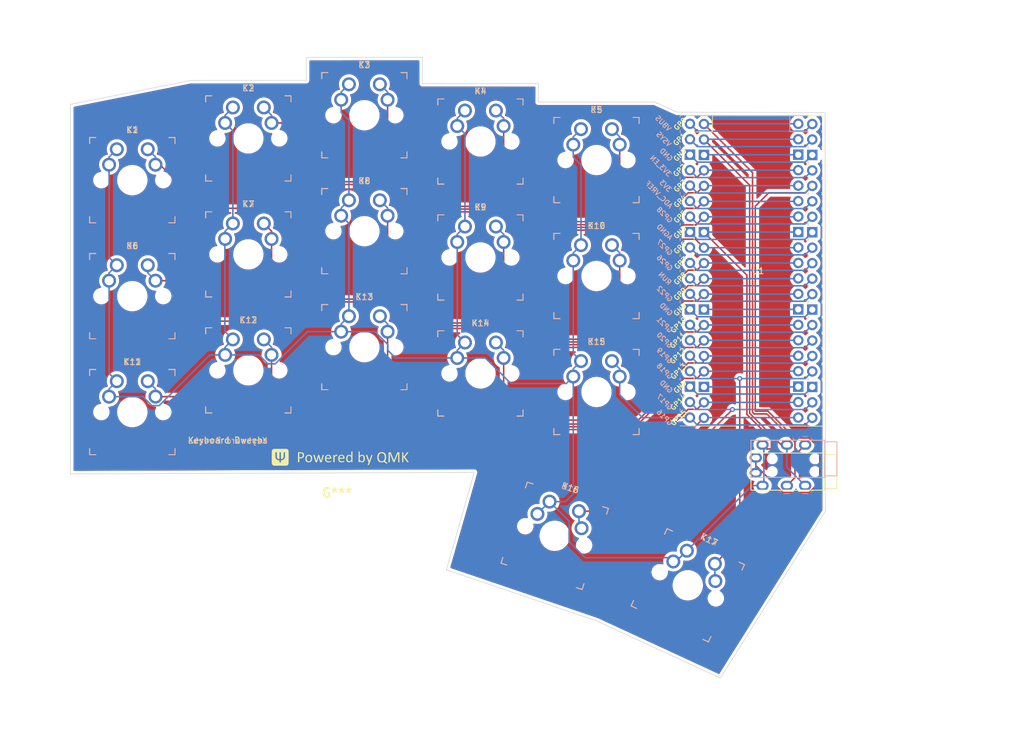
<source format=kicad_pcb>
(kicad_pcb (version 20211014) (generator pcbnew)
  (layers (0 "F.Cu" signal) (31 "B.Cu" signal) (34 "B.Paste" user) (35 "F.Paste" user) (36 "B.SilkS" user "B.Silkscreen") (37 "F.SilkS" user "F.Silkscreen") (38 "B.Mask" user) (39 "F.Mask" user) (44 "Edge.Cuts" user))
  (net 0 "")
  (net 1 "R1")
  (net 2 "GND")
  (net 3 "R2")
  (net 4 "R3")
  (net 5 "R4")
  (net 6 "R5")
  (net 7 "R6")
  (net 8 "R7")
  (net 9 "R8")
  (net 10 "R9")
  (net 11 "R10")
  (net 12 "R12")
  (net 13 "R13")
  (net 14 "R14")
  (net 15 "R15")
  (net 16 "R16")
  (net 17 "R17")
  (net 18 "TX")
  (net 19 "RX")
  (net 20 "unconnected-(U1-Pad3)")
  (net 21 "unconnected-(U1-Pad13)")
  (net 22 "unconnected-(U1-Pad18)")
  (net 23 "R11")
  (net 24 "unconnected-(U1-Pad25)")
  (net 25 "unconnected-(U1-Pad26)")
  (net 26 "unconnected-(U1-Pad27)")
  (net 27 "unconnected-(U1-Pad28)")
  (net 28 "unconnected-(U1-Pad29)")
  (net 29 "unconnected-(U1-Pad30)")
  (net 30 "unconnected-(U1-Pad31)")
  (net 31 "unconnected-(U1-Pad32)")
  (net 32 "unconnected-(U1-Pad33)")
  (net 33 "unconnected-(U1-Pad34)")
  (net 34 "unconnected-(U1-Pad35)")
  (net 35 "3v3")
  (net 36 "unconnected-(U1-Pad37)")
  (net 37 "unconnected-(U1-Pad38)")
  (net 38 "unconnected-(U1-Pad39)")
  (net 39 "unconnected-(U1-Pad40)")
  (net 40 "unconnected-(U1-Pad23)")
  (footprint "keyswitches:SW_MX_reversible" (layer "F.Cu") (at 106.646943 61.006379)
    (fp_text reference "K3")
    (fp_text value "KEYSW")
  )
  (footprint "keyswitches:SW_MX_reversible" (layer "F.Cu") (at 144.746943 106.472379)
    (fp_text reference "K15")
    (fp_text value "KEYSW")
  )
  (footprint "keyswitches:SW_MX_reversible" (layer "F.Cu") (at 159.732943 138.222379 -25)
    (fp_text reference "K17")
    (fp_text value "KEYSW")
  )
  (footprint "keyswitches:SW_MX_reversible" (layer "F.Cu") (at 144.746943 87.422379)
    (fp_text reference "K10")
    (fp_text value "KEYSW")
  )
  (footprint "keyswitches:SW_MX_reversible" (layer "F.Cu") (at 68.546943 90.724379)
    (fp_text reference "K6")
    (fp_text value "KEYSW")
  )
  (footprint "keyswitches:SW_MX_reversible" (layer "F.Cu") (at 87.596943 83.866379)
    (fp_text reference "K7")
    (fp_text value "KEYSW")
  )
  (footprint "keyswitches:SW_MX_reversible" (layer "F.Cu") (at 137.888943 130.094379 -18)
    (fp_text reference "K16")
    (fp_text value "KEYSW")
  )
  (footprint "keyswitches:SW_MX_reversible" (layer "F.Cu") (at 125.696943 84.374379)
    (fp_text reference "K9")
    (fp_text value "KEYSW")
  )
  (footprint "imagefootprints:qmk25mm" (layer "F.Cu") (at 102.55 117.17)
    (fp_text reference "G***")
    (fp_text value "LOGO" hide)
  )
  (footprint "keyswitches:SW_MX_reversible" (layer "F.Cu") (at 87.596943 64.816379)
    (fp_text reference "K2")
    (fp_text value "KEYSW")
  )
  (footprint "keyswitches:SW_MX_reversible" (layer "F.Cu") (at 144.746943 68.372379)
    (fp_text reference "K5")
    (fp_text value "KEYSW")
  )
  (footprint "Keebio-Parts:TRRS-PJ-320A-rev" (layer "F.Cu") (at 181.187443 119.046379 -90)
    (fp_text reference "U2")
    (fp_text value "TRRS")
  )
  (footprint "MCU_RaspberryPi_and_Boards:RPi_Pico_SMD_TH-REV2" (layer "F.Cu") (at 171.280943 86.582379)
    (fp_text reference "U1")
    (fp_text value "Pico")
  )
  (footprint "keyswitches:SW_MX_reversible" (layer "F.Cu") (at 68.546943 109.774379)
    (fp_text reference "K11")
    (fp_text value "KEYSW")
  )
  (footprint "keyswitches:SW_MX_reversible" (layer "F.Cu") (at 87.596943 102.916379)
    (fp_text reference "K12")
    (fp_text value "KEYSW")
  )
  (footprint "keyswitches:SW_MX_reversible" (layer "F.Cu") (at 106.646943 80.056379)
    (fp_text reference "K8")
    (fp_text value "KEYSW")
  )
  (footprint "keyswitches:SW_MX_reversible" (layer "F.Cu") (at 125.696943 103.424379)
    (fp_text reference "K14")
    (fp_text value "KEYSW")
  )
  (footprint "keyswitches:SW_MX_reversible" (layer "F.Cu") (at 125.696943 65.324379)
    (fp_text reference "K4")
    (fp_text value "KEYSW")
  )
  (footprint "keyswitches:SW_MX_reversible" (layer "F.Cu") (at 68.546943 71.674379)
    (fp_text reference "K1")
    (fp_text value "KEYSW")
  )
  (footprint "keyswitches:SW_MX_reversible" (layer "F.Cu") (at 106.646943 99.106379)
    (fp_text reference "K13")
    (fp_text value "KEYSW")
  )
  (gr_line (start 120.108943 135.682379) (end 144.746943 144.064379) (layer "Edge.Cuts") (width 0.1))
  (gr_line (start 116.170943 51.482379) (end 97.120943 51.492379) (layer "Edge.Cuts") (width 0.1))
  (gr_line (start 97.120943 51.492379) (end 97.110943 55.282379) (layer "Edge.Cuts") (width 0.1))
  (gr_line (start 182.280943 60.582379) (end 182.338943 113.584379) (layer "Edge.Cuts") (width 0.1))
  (gr_line (start 116.180943 55.792379) (end 116.170943 51.482379) (layer "Edge.Cuts") (width 0.1))
  (gr_line (start 157.954943 60.498379) (end 154.290943 58.842379) (layer "Edge.Cuts") (width 0.1))
  (gr_line (start 182.338943 126.030379) (end 182.338943 113.584379) (layer "Edge.Cuts") (width 0.1))
  (gr_line (start 135.230943 55.812379) (end 116.180943 55.792379) (layer "Edge.Cuts") (width 0.1))
  (gr_line (start 97.110943 55.282379) (end 78.070943 55.292379) (layer "Edge.Cuts") (width 0.1))
  (gr_line (start 135.210943 58.832379) (end 135.230943 55.812379) (layer "Edge.Cuts") (width 0.1))
  (gr_line (start 144.746943 144.064379) (end 165.066943 153.462379) (layer "Edge.Cuts") (width 0.1))
  (gr_line (start 165.066943 153.462379) (end 182.338943 126.030379) (layer "Edge.Cuts") (width 0.1))
  (gr_line (start 78.070943 55.292379) (end 58.386943 59.228379) (layer "Edge.Cuts") (width 0.1))
  (gr_line (start 58.386943 119.934379) (end 124.680943 119.680379) (layer "Edge.Cuts") (width 0.1))
  (gr_line (start 58.386943 59.228379) (end 58.386943 119.934379) (layer "Edge.Cuts") (width 0.1))
  (gr_line (start 154.290943 58.842379) (end 135.210943 58.832379) (layer "Edge.Cuts") (width 0.1))
  (gr_line (start 124.680943 119.680379) (end 120.108943 135.682379) (layer "Edge.Cuts") (width 0.1))
  (gr_line (start 157.954943 60.498379) (end 182.280943 60.582379) (layer "Edge.Cuts") (width 0.1))
  (gr_text "Keyboard Dweebs" (at 84.22 114.46) (layer "B.SilkS") (effects (font (size 1 1)) (justify mirror)))
  (gr_text "Keyboard Dweebs" (at 84.22 114.4) (layer "F.SilkS") (effects (font (size 1 1))))
  (segment (start 132.940943 76.882379) (end 118.220943 76.882379) (width 0.25) (layer "F.Cu") (net 1))
  (segment (start 114.160943 72.822379) (end 114.160943 72.382379) (width 0.25) (layer "F.Cu") (net 1))
  (segment (start 160.988954 81.37039) (end 153.688954 81.37039) (width 0.25) (layer "F.Cu") (net 1))
  (segment (start 153.688954 81.37039) (end 152.200943 79.882379) (width 0.25) (layer "F.Cu") (net 1))
  (segment (start 162.390943 82.772379) (end 160.988954 81.37039) (width 0.25) (layer "F.Cu") (net 1))
  (segment (start 98.980943 72.382379) (end 95.070943 76.292379) (width 0.25) (layer "F.Cu") (net 1))
  (segment (start 133.230943 77.172379) (end 132.940943 76.882379) (width 0.25) (layer "F.Cu") (net 1))
  (segment (start 135.750943 79.882379) (end 133.230943 77.362379) (width 0.25) (layer "F.Cu") (net 1))
  (segment (start 73.082943 69.134379) (end 72.356943 69.134379) (width 0.25) (layer "F.Cu") (net 1))
  (segment (start 80.240943 76.292379) (end 73.082943 69.134379) (width 0.25) (layer "F.Cu") (net 1))
  (segment (start 114.160943 72.382379) (end 98.980943 72.382379) (width 0.25) (layer "F.Cu") (net 1))
  (segment (start 118.220943 76.882379) (end 114.160943 72.822379) (width 0.25) (layer "F.Cu") (net 1))
  (segment (start 133.230943 77.362379) (end 133.230943 77.172379) (width 0.25) (layer "F.Cu") (net 1))
  (segment (start 95.070943 76.292379) (end 80.240943 76.292379) (width 0.25) (layer "F.Cu") (net 1))
  (segment (start 152.200943 79.882379) (end 135.750943 79.882379) (width 0.25) (layer "F.Cu") (net 1))
  (segment (start 72.356943 67.864379) (end 72.356943 69.134379) (width 0.25) (layer "B.Cu") (net 1))
  (segment (start 177.834443 82.772379) (end 177.870943 82.735879) (width 0.25) (layer "B.Cu") (net 1))
  (segment (start 162.390943 82.772379) (end 177.834443 82.772379) (width 0.25) (layer "B.Cu") (net 1))
  (segment (start 71.086943 66.594379) (end 72.356943 67.864379) (width 0.25) (layer "B.Cu") (net 1))
  (segment (start 169.441423 110.157794) (end 173.460943 114.177315) (width 0.25) (layer "F.Cu") (net 2))
  (segment (start 162.390943 80.232379) (end 169.441423 87.282859) (width 0.25) (layer "F.Cu") (net 2))
  (segment (start 172.683443 115.832379) (end 172.003443 115.152379) (width 0.25) (layer "F.Cu") (net 2))
  (segment (start 169.441423 87.282859) (end 169.441423 110.157794) (width 0.25) (layer "F.Cu") (net 2))
  (segment (start 173.460943 114.177315) (end 173.460943 115.832379) (width 0.25) (layer "F.Cu") (net 2))
  (segment (start 173.460943 115.832379) (end 172.683443 115.832379) (width 0.25) (layer "F.Cu") (net 2))
  (segment (start 64.736943 107.234379) (end 70.281568 107.234379) (width 0.25) (layer "B.Cu") (net 2))
  (segment (start 90.799079 101.84389) (end 92.014807 101.84389) (width 0.25) (layer "B.Cu") (net 2))
  (segment (start 83.786943 80.056379) (end 83.786943 81.326379) (width 0.25) (layer "B.Cu") (net 2))
  (segment (start 111.752943 100.884379) (end 121.886943 100.884379) (width 0.25) (layer "B.Cu") (net 2))
  (segment (start 140.936943 123.216379) (end 140.936943 103.932379) (width 0.25) (layer "B.Cu") (net 2))
  (segment (start 72.966424 108.70189) (end 81.291935 100.376379) (width 0.25) (layer "B.Cu") (net 2))
  (segment (start 83.742364 81.370958) (end 83.742364 96.5218) (width 0.25) (layer "B.Cu") (net 2))
  (segment (start 64.736943 69.134379) (end 64.736943 84.374379) (width 0.25) (layer "B.Cu") (net 2))
  (segment (start 81.291935 100.376379) (end 83.786943 100.376379) (width 0.25) (layer "B.Cu") (net 2))
  (segment (start 85.056943 59.736379) (end 83.786943 61.006379) (width 0.25) (layer "B.Cu") (net 2))
  (segment (start 70.281568 107.234379) (end 71.749079 108.70189) (width 0.25) (layer "B.Cu") (net 2))
  (segment (start 123.156943 79.294379) (end 121.886943 80.564379) (width 0.25) (layer "B.Cu") (net 2))
  (segment (start 123.156943 98.344379) (end 121.886943 99.614379) (width 0.25) (layer "B.Cu") (net 2))
  (segment (start 83.786943 61.006379) (end 83.786943 62.276379) (width 0.25) (layer "B.Cu") (net 2))
  (segment (start 135.050321 126.470854) (end 135.050321 126.501341) (width 0.25) (layer "B.Cu") (net 2))
  (segment (start 108.381568 96.566379) (end 110.501522 98.686333) (width 0.25) (layer "B.Cu") (net 2))
  (segment (start 172.227963 121.627859) (end 172.003443 121.852379) (width 0.25) (layer "B.Cu") (net 2))
  (segment (start 142.206943 69.179371) (end 140.936943 67.909371) (width 0.25) (layer "B.Cu") (net 2))
  (segment (start 71.749079 108.70189) (end 72.966424 108.70189) (width 0.25) (layer "B.Cu") (net 2))
  (segment (start 83.786943 62.276379) (end 85.056943 63.546379) (width 0.25) (layer "B.Cu") (net 2))
  (segment (start 157.812525 134.310182) (end 157.353361 134.310182) (width 0.25) (layer "B.Cu") (net 2))
  (segment (start 89.331568 100.376379) (end 90.799079 101.84389) (width 0.25) (layer "B.Cu") (net 2))
  (segment (start 129.551522 103.929504) (end 129.551522 103.931966) (width 0.25) (layer "B.Cu") (net 2))
  (segment (start 142.206943 82.342379) (end 140.936943 83.612379) (width 0.25) (layer "B.Cu") (net 2))
  (segment (start 140.936943 64.562379) (end 140.936943 65.832379) (width 0.25) (layer "B.Cu") (net 2))
  (segment (start 137.043066 124.478109) (end 139.675213 124.478109) (width 0.25) (layer "B.Cu") (net 2))
  (segment (start 110.501522 99.632958) (end 111.752943 100.884379) (width 0.25) (layer "B.Cu") (net 2))
  (segment (start 140.936943 102.662379) (end 140.936943 103.932379) (width 0.25) (layer "B.Cu") (net 2))
  (segment (start 121.886943 97.074379) (end 123.156943 98.344379) (width 0.25) (layer "B.Cu") (net 2))
  (segment (start 172.227963 115.376899) (end 172.227963 121.627859) (width 0.25) (layer "B.Cu") (net 2))
  (segment (start 139.675213 124.478109) (end 140.936943 123.216379) (width 0.25) (layer "B.Cu") (net 2))
  (segment (start 159.577822 132.544885) (end 158.434822 133.687885) (width 0.25) (layer "B.Cu") (net 2))
  (segment (start 104.106943 61.813371) (end 102.836943 60.543371) (width 0.25) (layer "B.Cu") (net 2))
  (segment (start 66.006943 85.644379) (end 64.736943 86.914379) (width 0.25) (layer "B.Cu") (net 2))
  (segment (start 159.577822 132.544885) (end 170.270328 121.852379) (width 0.25) (layer "B.Cu") (net 2))
  (segment (start 140.257364 131.0788) (end 140.257364 127.692407) (width 0.25) (layer "B.Cu") (net 2))
  (segment (start 66.006943 66.594379) (end 64.736943 67.864379) (width 0.25) (layer "B.Cu") (net 2))
  (segment (start 170.270328 121.852379) (end 172.003443 121.852379) (width 0.25) (layer "B.Cu") (net 2))
  (segment (start 104.106943 94.026379) (end 102.836943 95.296379) (width 0.25) (layer "B.Cu") (net 2))
  (segment (start 159.577822 132.544885) (end 157.812525 134.310182) (width 0.25) (layer "B.Cu") (net 2))
  (segment (start 140.460943 84.406379) (end 140.460943 84.292379) (width 0.25) (layer "B.Cu") (net 2))
  (segment (start 121.886943 81.834379) (end 121.886943 97.074379) (width 0.25) (layer "B.Cu") (net 2))
  (segment (start 102.836943 76.246379) (end 102.836943 77.516379) (width 0.25) (layer "B.Cu") (net 2))
  (segment (start 142.206943 82.342379) (end 142.206943 69.179371) (width 0.25) (layer "B.Cu") (net 2))
  (segment (start 140.257364 127.692407) (end 137.043066 124.478109) (width 0.25) (layer "B.Cu") (net 2))
  (segment (start 140.936943 67.909371) (end 140.936943 65.832379) (width 0.25) (layer "B.Cu") (net 2))
  (segment (start 92.014807 101.84389) (end 97.292318 96.566379) (width 0.25) (layer "B.Cu") (net 2))
  (segment (start 97.292318 96.566379) (end 102.836943 96.566379) (width 0.25) (layer "B.Cu") (net 2))
  (segment (start 140.936943 83.612379) (end 140.936943 84.882379) (width 0.25) (layer "B.Cu") (net 2))
  (segment (start 130.694935 105.075379) (end 139.793943 105.075379) (width 0.25) (layer "B.Cu") (net 2))
  (segment (start 83.742364 96.5218) (end 85.056943 97.836379) (width 0.25) (layer "B.Cu") (net 2))
  (segment (start 142.206943 63.292379) (end 140.936943 64.562379) (width 0.25) (layer "B.Cu") (net 2))
  (segment (start 162.427443 80.195879) (end 162.390943 80.232379) (width 0.25) (layer "B.Cu") (net 2))
  (segment (start 158.434822 133.687885) (end 142.866449 133.687885) (width 0.25) (layer "B.Cu") (net 2))
  (segment (start 172.003443 115.152379) (end 172.227963 115.376899) (width 0.25) (layer "B.Cu") (net 2))
  (segment (start 104.106943 74.976379) (end 102.836943 76.246379) (width 0.25) (layer "B.Cu") (net 2))
  (segment (start 121.886943 62.784379) (end 123.156943 64.054379) (width 0.25) (layer "B.Cu") (net 2))
  (segment (start 123.156943 60.244379) (end 121.886943 61.514379) (width 0.25) (layer "B.Cu") (net 2))
  (segment (start 121.886943 61.514379) (end 121.886943 62.784379) (width 0.25) (layer "B.Cu") (net 2))
  (segment (start 126.506397 100.884379) (end 129.551522 103.929504) (width 0.25) (layer "B.Cu") (net 2))
  (segment (start 64.736943 103.424379) (end 66.006943 104.694379) (width 0.25) (layer "B.Cu") (net 2))
  (segment (start 104.106943 74.976379) (end 104.106943 61.813371) (width 0.25) (layer "B.Cu") (net 2))
  (segment (start 121.886943 100.884379) (end 126.506397 100.884379) (width 0.25) (layer "B.Cu") (net 2))
  (segment (start 83.786943 81.326379) (end 83.742364 81.370958) (width 0.25) (layer "B.Cu") (net 2))
  (segment (start 64.736943 86.914379) (end 64.736943 88.184379) (width 0.25) (layer "B.Cu") (net 2))
  (segment (start 177.870943 80.195879) (end 162.427443 80.195879) (width 0.25) (layer "B.Cu") (net 2))
  (segment (start 66.006943 104.694379) (end 64.736943 105.964379) (width 0.25) (layer "B.Cu") (net 2))
  (segment (start 142.206943 101.392379) (end 140.936943 100.122379) (width 0.25) (layer "B.Cu") (net 2))
  (segment (start 102.836943 60.543371) (end 102.836943 58.466379) (width 0.25) (layer "B.Cu") (net 2))
  (segment (start 140.936943 100.122379) (end 140.936943 84.882379) (width 0.25) (layer "B.Cu") (net 2))
  (segment (start 121.886943 99.614379) (end 121.886943 100.884379) (width 0.25) (layer "B.Cu") (net 2))
  (segment (start 83.786943 100.376379) (end 89.331568 100.376379) (width 0.25) (layer "B.Cu") (net 2))
  (segment (start 85.056943 78.786379) (end 83.786943 80.056379) (width 0.25) (layer "B.Cu") (net 2))
  (segment (start 83.786943 99.106379) (end 83.786943 100.376379) (width 0.25) (layer "B.Cu") (net 2))
  (segment (start 102.836943 57.196379) (end 102.836943 58.466379) (width 0.25) (layer "B.Cu") (net 2))
  (segment (start 64.736943 84.374379) (end 66.006943 85.644379) (width 0.25) (layer "B.Cu") (net 2))
  (segment (start 142.206943 101.392379) (end 140.936943 102.662379) (width 0.25) (layer "B.Cu") (net 2))
  (segment (start 64.736943 88.184379) (end 64.736943 103.424379) (width 0.25) (layer "B.Cu") (net 2))
  (segment (start 64.736943 105.964379) (end 64.736943 107.234379) (width 0.25) (layer "B.Cu") (net 2))
  (segment (start 110.501522 98.686333) (end 110.501522 99.632958) (width 0.25) (layer "B.Cu") (net 2))
  (segment (start 123.156943 64.054379) (end 123.156943 79.294379) (width 0.25) (layer "B.Cu") (net 2))
  (segment (start 64.736943 67.864379) (end 64.736943 69.134379) (width 0.25) (layer "B.Cu") (net 2))
  (segment (start 137.043066 124.478109) (end 135.050321 126.470854) (width 0.25) (layer "B.Cu") (net 2))
  (segment (start 121.886943 80.564379) (end 121.886943 81.834379) (width 0.25) (layer "B.Cu") (net 2))
  (segment (start 102.836943 96.566379) (end 108.381568 96.566379) (width 0.25) (layer "B.Cu") (net 2))
  (segment (start 85.056943 63.546379) (end 85.056943 78.786379) (width 0.25) (layer "B.Cu") (net 2))
  (segment (start 142.866449 133.687885) (end 140.257364 131.0788) (width 0.25) (layer "B.Cu") (net 2))
  (segment (start 85.056943 97.836379) (end 83.786943 99.106379) (width 0.25) (layer "B.Cu") (net 2))
  (segment (start 104.106943 94.026379) (end 104.106943 78.786379) (width 0.25) (layer "B.Cu") (net 2))
  (segment (start 140.936943 84.882379) (end 140.460943 84.406379) (width 0.25) (layer "B.Cu") (net 2))
  (segment (start 139.793943 105.075379) (end 140.936943 103.932379) (width 0.25) (layer "B.Cu") (net 2))
  (segment (start 104.106943 55.926379) (end 102.836943 57.196379) (width 0.25) (layer "B.Cu") (net 2))
  (segment (start 129.551522 103.931966) (end 130.694935 105.075379) (width 0.25) (layer "B.Cu") (net 2))
  (segment (start 102.836943 95.296379) (end 102.836943 96.566379) (width 0.25) (layer "B.Cu") (net 2))
  (segment (start 104.106943 78.786379) (end 102.836943 77.516379) (width 0.25) (layer "B.Cu") (net 2))
  (segment (start 133.113801 76.41952) (end 133.868802 77.174521) (width 0.25) (layer "F.Cu") (net 3))
  (segment (start 114.610463 72.636181) (end 118.393802 76.41952) (width 0.25) (layer "F.Cu") (net 3))
  (segment (start 114.34714 71.932859) (end 114.610463 72.196182) (width 0.25) (layer "F.Cu") (net 3))
  (segment (start 152.481423 79.432859) (end 153.969434 80.92087) (width 0.25) (layer "F.Cu") (net 3))
  (segment (start 153.969434 80.92087) (end 157.070943 80.92087) (width 0.25) (layer "F.Cu") (net 3))
  (segment (start 91.406943 62.276379) (end 93.023389 62.276379) (width 0.25) (layer "F.Cu") (net 3))
  (segment (start 157.070943 80.92087) (end 158.970445 79.021368) (width 0.25) (layer "F.Cu") (net 3))
  (segment (start 93.023389 62.276379) (end 102.679869 71.932859) (width 0.25) (layer "F.Cu") (net 3))
  (segment (start 133.868802 77.174521) (end 133.868802 77.36452) (width 0.25) (layer "F.Cu") (net 3))
  (segment (start 133.868802 77.36452) (end 135.937141 79.432859) (width 0.25) (layer "F.Cu") (net 3))
  (segment (start 118.393802 76.41952) (end 133.113801 76.41952) (width 0.25) (layer "F.Cu") (net 3))
  (segment (start 135.937141 79.432859) (end 152.481423 79.432859) (width 0.25) (layer "F.Cu") (net 3))
  (segment (start 158.970445 79.021368) (end 161.061954 79.021368) (width 0.25) (layer "F.Cu") (net 3))
  (segment (start 161.061954 79.021368) (end 162.390943 77.692379) (width 0.25) (layer "F.Cu") (net 3))
  (segment (start 114.610463 72.196182) (end 114.610463 72.636181) (width 0.25) (layer "F.Cu") (net 3))
  (segment (start 102.679869 71.932859) (end 114.34714 71.932859) (width 0.25) (layer "F.Cu") (net 3))
  (segment (start 177.834443 77.692379) (end 177.870943 77.655879) (width 0.25) (layer "B.Cu") (net 3))
  (segment (start 91.406943 61.006379) (end 91.406943 62.276379) (width 0.25) (layer "B.Cu") (net 3))
  (segment (start 90.136943 59.736379) (end 91.406943 61.006379) (width 0.25) (layer "B.Cu") (net 3))
  (segment (start 162.390943 77.692379) (end 177.834443 77.692379) (width 0.25) (layer "B.Cu") (net 3))
  (segment (start 152.667621 78.983339) (end 154.138802 80.45452) (width 0.25) (layer "F.Cu") (net 4))
  (segment (start 118.58 75.97) (end 133.299999 75.97) (width 0.25) (layer "F.Cu") (net 4))
  (segment (start 115.101661 72.421661) (end 115.066661 72.456661) (width 0.25) (layer "F.Cu") (net 4))
  (segment (start 115.066661 72.456661) (end 118.58 75.97) (width 0.25) (layer "F.Cu") (net 4))
  (segment (start 136.123339 78.983339) (end 152.667621 78.983339) (width 0.25) (layer "F.Cu") (net 4))
  (segment (start 158.302932 76.29039) (end 161.252932 76.29039) (width 0.25) (layer "F.Cu") (net 4))
  (segment (start 110.456943 67.406944) (end 115.101661 72.051662) (width 0.25) (layer "F.Cu") (net 4))
  (segment (start 133.299999 75.97) (end 134.591661 77.261662) (width 0.25) (layer "F.Cu") (net 4))
  (segment (start 161.252932 76.29039) (end 162.390943 75.152379) (width 0.25) (layer "F.Cu") (net 4))
  (segment (start 110.456943 58.466379) (end 110.456943 67.406944) (width 0.25) (layer "F.Cu") (net 4))
  (segment (start 134.591661 77.451661) (end 136.123339 78.983339) (width 0.25) (layer "F.Cu") (net 4))
  (segment (start 115.101661 72.051662) (end 115.101661 72.421661) (width 0.25) (layer "F.Cu") (net 4))
  (segment (start 154.138802 80.45452) (end 158.302932 76.29039) (width 0.25) (layer "F.Cu") (net 4))
  (segment (start 134.591661 77.261662) (end 134.591661 77.451661) (width 0.25) (layer "F.Cu") (net 4))
  (segment (start 109.186943 55.926379) (end 110.456943 57.196379) (width 0.25) (layer "B.Cu") (net 4))
  (segment (start 162.390943 75.152379) (end 177.834443 75.152379) (width 0.25) (layer "B.Cu") (net 4))
  (segment (start 110.456943 57.196379) (end 110.456943 58.466379) (width 0.25) (layer "B.Cu") (net 4))
  (segment (start 177.834443 75.152379) (end 177.870943 75.115879) (width 0.25) (layer "B.Cu") (net 4))
  (segment (start 129.506943 62.784379) (end 129.506943 71.518379) (width 0.25) (layer "F.Cu") (net 5))
  (segment (start 161.252932 73.75039) (end 162.390943 72.612379) (width 0.25) (layer "F.Cu") (net 5))
  (segment (start 136.258097 78.482379) (end 152.802379 78.482379) (width 0.25) (layer "F.Cu") (net 5))
  (segment (start 135.09452 77.105956) (end 135.09452 77.318802) (width 0.25) (layer "F.Cu") (net 5))
  (segment (start 154.150943 79.806661) (end 157.863084 76.09452) (width 0.25) (layer "F.Cu") (net 5))
  (segment (start 152.802379 78.482379) (end 154.126661 79.806661) (width 0.25) (layer "F.Cu") (net 5))
  (segment (start 154.126661 79.806661) (end 154.150943 79.806661) (width 0.25) (layer "F.Cu") (net 5))
  (segment (start 157.863084 75.682728) (end 159.795422 73.75039) (width 0.25) (layer "F.Cu") (net 5))
  (segment (start 159.795422 73.75039) (end 161.252932 73.75039) (width 0.25) (layer "F.Cu") (net 5))
  (segment (start 157.863084 76.09452) (end 157.863084 75.682728) (width 0.25) (layer "F.Cu") (net 5))
  (segment (start 135.09452 77.318802) (end 136.258097 78.482379) (width 0.25) (layer "F.Cu") (net 5))
  (segment (start 129.506943 71.518379) (end 135.09452 77.105956) (width 0.25) (layer "F.Cu") (net 5))
  (segment (start 128.236943 60.244379) (end 129.506943 61.514379) (width 0.25) (layer "B.Cu") (net 5))
  (segment (start 129.506943 61.514379) (end 129.506943 62.784379) (width 0.25) (layer "B.Cu") (net 5))
  (segment (start 177.870943 72.575879) (end 162.427443 72.575879) (width 0.25) (layer "B.Cu") (net 5))
  (segment (start 162.427443 72.575879) (end 162.390943 72.612379) (width 0.25) (layer "B.Cu") (net 5))
  (segment (start 152.830463 78.032859) (end 152.850943 78.012379) (width 0.25) (layer "F.Cu") (net 6))
  (segment (start 159.002932 71.21039) (end 161.252932 71.21039) (width 0.25) (layer "F.Cu") (net 6))
  (segment (start 161.252932 71.21039) (end 162.390943 70.072379) (width 0.25) (layer "F.Cu") (net 6))
  (segment (start 158.460943 71.752379) (end 159.002932 71.21039) (width 0.25) (layer "F.Cu") (net 6))
  (segment (start 157.400225 73.605587) (end 158.460943 72.544869) (width 0.25) (layer "F.Cu") (net 6))
  (segment (start 152.850943 78.012379) (end 152.980943 78.012379) (width 0.25) (layer "F.Cu") (net 6))
  (segment (start 148.556943 77.388859) (end 149.200943 78.032859) (width 0.25) (layer "F.Cu") (net 6))
  (segment (start 157.400225 75.921661) (end 157.400225 73.605587) (width 0.25) (layer "F.Cu") (net 6))
  (segment (start 148.556943 65.832379) (end 148.556943 77.388859) (width 0.25) (layer "F.Cu") (net 6))
  (segment (start 154.145225 79.176661) (end 157.400225 75.921661) (width 0.25) (layer "F.Cu") (net 6))
  (segment (start 149.200943 78.032859) (end 152.830463 78.032859) (width 0.25) (layer "F.Cu") (net 6))
  (segment (start 152.980943 78.012379) (end 154.145225 79.176661) (width 0.25) (layer "F.Cu") (net 6))
  (segment (start 158.460943 72.544869) (end 158.460943 71.752379) (width 0.25) (layer "F.Cu") (net 6))
  (segment (start 177.870943 70.035879) (end 162.427443 70.035879) (width 0.25) (layer "B.Cu") (net 6))
  (segment (start 162.427443 70.035879) (end 162.390943 70.072379) (width 0.25) (layer "B.Cu") (net 6))
  (segment (start 148.556943 64.562379) (end 148.556943 65.832379) (width 0.25) (layer "B.Cu") (net 6))
  (segment (start 147.286943 63.292379) (end 148.556943 64.562379) (width 0.25) (layer "B.Cu") (net 6))
  (segment (start 73.973389 88.184379) (end 80.621389 94.832379) (width 0.25) (layer "F.Cu") (net 7))
  (segment (start 137.988954 99.15039) (end 161.252932 99.15039) (width 0.25) (layer "F.Cu") (net 7))
  (segment (start 72.356943 88.184379) (end 73.973389 88.184379) (width 0.25) (layer "F.Cu") (net 7))
  (segment (start 99.470943 91.672379) (end 114.390943 91.672379) (width 0.25) (layer "F.Cu") (net 7))
  (segment (start 132.790943 96.032379) (end 133.010943 95.812379) (width 0.25) (layer "F.Cu") (net 7))
  (segment (start 133.010943 95.812379) (end 134.650943 95.812379) (width 0.25) (layer "F.Cu") (net 7))
  (segment (start 80.621389 94.832379) (end 96.310943 94.832379) (width 0.25) (layer "F.Cu") (net 7))
  (segment (start 134.650943 95.812379) (end 137.988954 99.15039) (width 0.25) (layer "F.Cu") (net 7))
  (segment (start 96.310943 94.832379) (end 99.470943 91.672379) (width 0.25) (layer "F.Cu") (net 7))
  (segment (start 118.750943 96.032379) (end 132.790943 96.032379) (width 0.25) (layer "F.Cu") (net 7))
  (segment (start 114.390943 91.672379) (end 118.750943 96.032379) (width 0.25) (layer "F.Cu") (net 7))
  (segment (start 161.252932 99.15039) (end 162.390943 98.012379) (width 0.25) (layer "F.Cu") (net 7))
  (segment (start 162.427443 97.975879) (end 162.390943 98.012379) (width 0.25) (layer "B.Cu") (net 7))
  (segment (start 72.356943 88.184379) (end 71.086943 86.914379) (width 0.25) (layer "B.Cu") (net 7))
  (segment (start 71.086943 86.914379) (end 71.086943 85.644379) (width 0.25) (layer "B.Cu") (net 7))
  (segment (start 177.870943 97.975879) (end 162.427443 97.975879) (width 0.25) (layer "B.Cu") (net 7))
  (segment (start 132.470943 95.582859) (end 132.690943 95.362859) (width 0.25) (layer "F.Cu") (net 8))
  (segment (start 114.577141 91.222859) (end 118.93714 95.582859) (width 0.25) (layer "F.Cu") (net 8))
  (segment (start 96.124745 94.382859) (end 99.284746 91.222859) (width 0.25) (layer "F.Cu") (net 8))
  (segment (start 91.406943 81.326379) (end 91.406943 91.658859) (width 0.25) (layer "F.Cu") (net 8))
  (segment (start 156.891423 96.61039) (end 161.252932 96.61039) (width 0.25) (layer "F.Cu") (net 8))
  (segment (start 161.252932 96.61039) (end 162.390943 95.472379) (width 0.25) (layer "F.Cu") (net 8))
  (segment (start 138.175151 98.70087) (end 154.800943 98.70087) (width 0.25) (layer "F.Cu") (net 8))
  (segment (start 91.406943 80.056379) (end 91.406943 81.326379) (width 0.25) (layer "F.Cu") (net 8))
  (segment (start 90.136943 78.786379) (end 91.406943 80.056379) (width 0.25) (layer "F.Cu") (net 8))
  (segment (start 154.800943 98.70087) (end 156.891423 96.61039) (width 0.25) (layer "F.Cu") (net 8))
  (segment (start 94.130943 94.382859) (end 96.124745 94.382859) (width 0.25) (layer "F.Cu") (net 8))
  (segment (start 99.284746 91.222859) (end 114.577141 91.222859) (width 0.25) (layer "F.Cu") (net 8))
  (segment (start 118.93714 95.582859) (end 132.470943 95.582859) (width 0.25) (layer "F.Cu") (net 8))
  (segment (start 91.406943 91.658859) (end 94.130943 94.382859) (width 0.25) (layer "F.Cu") (net 8))
  (segment (start 135.100463 95.626182) (end 138.175151 98.70087) (width 0.25) (layer "F.Cu") (net 8))
  (segment (start 134.837141 95.362859) (end 135.100463 95.626182) (width 0.25) (layer "F.Cu") (net 8))
  (segment (start 132.690943 95.362859) (end 134.837141 95.362859) (width 0.25) (layer "F.Cu") (net 8))
  (segment (start 162.390943 95.472379) (end 177.834443 95.472379) (width 0.25) (layer "B.Cu") (net 8))
  (segment (start 177.834443 95.472379) (end 177.870943 95.435879) (width 0.25) (layer "B.Cu") (net 8))
  (segment (start 132.480943 94.913339) (end 135.023339 94.91334) (width 0.25) (layer "F.Cu") (net 9))
  (segment (start 154.614745 98.25135) (end 156.54233 96.323765) (width 0.25) (layer "F.Cu") (net 9))
  (segment (start 132.260943 95.133339) (end 132.480943 94.913339) (width 0.25) (layer "F.Cu") (net 9))
  (segment (start 119.123338 95.133339) (end 132.260943 95.133339) (width 0.25) (layer "F.Cu") (net 9))
  (segment (start 114.763338 90.773339) (end 119.123338 95.133339) (width 0.25) (layer "F.Cu") (net 9))
  (segment (start 159.10741 91.53039) (end 161.252932 91.53039) (width 0.25) (layer "F.Cu") (net 9))
  (segment (start 161.252932 91.53039) (end 162.390943 90.392379) (width 0.25) (layer "F.Cu") (net 9))
  (segment (start 110.456943 77.516379) (end 110.456943 88.259339) (width 0.25) (layer "F.Cu") (net 9))
  (segment (start 156.54233 94.09547) (end 159.10741 91.53039) (width 0.25) (layer "F.Cu") (net 9))
  (segment (start 110.456943 88.259339) (end 112.970943 90.773339) (width 0.25) (layer "F.Cu") (net 9))
  (segment (start 138.361348 98.25135) (end 154.614745 98.25135) (width 0.25) (layer "F.Cu") (net 9))
  (segment (start 112.970943 90.773339) (end 114.763338 90.773339) (width 0.25) (layer "F.Cu") (net 9))
  (segment (start 135.023339 94.91334) (end 138.361348 98.25135) (width 0.25) (layer "F.Cu") (net 9))
  (segment (start 156.54233 96.323765) (end 156.54233 94.09547) (width 0.25) (layer "F.Cu") (net 9))
  (segment (start 109.186943 74.976379) (end 110.456943 76.246379) (width 0.25) (layer "B.Cu") (net 9))
  (segment (start 177.834443 90.392379) (end 177.870943 90.355879) (width 0.25) (layer "B.Cu") (net 9))
  (segment (start 110.456943 76.246379) (end 110.456943 77.516379) (width 0.25) (layer "B.Cu") (net 9))
  (segment (start 162.390943 90.392379) (end 177.834443 90.392379) (width 0.25) (layer "B.Cu") (net 9))
  (segment (start 129.506943 81.834379) (end 129.506943 92.118379) (width 0.25) (layer "F.Cu") (net 10))
  (segment (start 156.09281 96.080512) (end 156.09281 93.909272) (width 0.25) (layer "F.Cu") (net 10))
  (segment (start 158.280323 90.505489) (end 159.795422 88.99039) (width 0.25) (layer "F.Cu") (net 10))
  (segment (start 138.590394 97.80183) (end 154.371492 97.80183) (width 0.25) (layer "F.Cu") (net 10))
  (segment (start 154.371492 97.80183) (end 156.09281 96.080512) (width 0.25) (layer "F.Cu") (net 10))
  (segment (start 159.795422 88.99039) (end 161.252932 88.99039) (width 0.25) (layer "F.Cu") (net 10))
  (segment (start 129.506943 92.118379) (end 131.852383 94.463819) (width 0.25) (layer "F.Cu") (net 10))
  (segment (start 161.252932 88.99039) (end 162.390943 87.852379) (width 0.25) (layer "F.Cu") (net 10))
  (segment (start 156.09281 93.909272) (end 158.280323 91.721759) (width 0.25) (layer "F.Cu") (net 10))
  (segment (start 158.280323 91.721759) (end 158.280323 90.505489) (width 0.25) (layer "F.Cu") (net 10))
  (segment (start 131.852383 94.463819) (end 135.252384 94.46382) (width 0.25) (layer "F.Cu") (net 10))
  (segment (start 135.252384 94.46382) (end 138.590394 97.80183) (width 0.25) (layer "F.Cu") (net 10))
  (segment (start 128.236943 79.294379) (end 129.506943 80.564379) (width 0.25) (layer "B.Cu") (net 10))
  (segment (start 177.834443 87.852379) (end 177.870943 87.815879) (width 0.25) (layer "B.Cu") (net 10))
  (segment (start 162.390943 87.852379) (end 177.834443 87.852379) (width 0.25) (layer "B.Cu") (net 10))
  (segment (start 129.506943 80.564379) (end 129.506943 81.834379) (width 0.25) (layer "B.Cu") (net 10))
  (segment (start 157.470943 88.774869) (end 159.795422 86.45039) (width 0.25) (layer "F.Cu") (net 11))
  (segment (start 159.795422 86.45039) (end 161.252932 86.45039) (width 0.25) (layer "F.Cu") (net 11))
  (segment (start 148.556943 95.64831) (end 150.260943 97.35231) (width 0.25) (layer "F.Cu") (net 11))
  (segment (start 154.185294 97.35231) (end 155.64329 95.894314) (width 0.25) (layer "F.Cu") (net 11))
  (segment (start 157.470943 91.762379) (end 157.470943 88.774869) (width 0.25) (layer "F.Cu") (net 11))
  (segment (start 155.64329 93.590032) (end 157.470943 91.762379) (width 0.25) (layer "F.Cu") (net 11))
  (segment (start 155.64329 95.894314) (end 155.64329 93.590032) (width 0.25) (layer "F.Cu") (net 11))
  (segment (start 150.260943 97.35231) (end 154.185294 97.35231) (width 0.25) (layer "F.Cu") (net 11))
  (segment (start 161.252932 86.45039) (end 162.390943 85.312379) (width 0.25) (layer "F.Cu") (net 11))
  (segment (start 148.556943 84.882379) (end 148.556943 95.64831) (width 0.25) (layer "F.Cu") (net 11))
  (segment (start 148.556943 83.612379) (end 148.556943 84.882379) (width 0.25) (layer "B.Cu") (net 11))
  (segment (start 177.870943 85.275879) (end 162.427443 85.275879) (width 0.25) (layer "B.Cu") (net 11))
  (segment (start 147.286943 82.342379) (end 148.556943 83.612379) (width 0.25) (layer "B.Cu") (net 11))
  (segment (start 162.427443 85.275879) (end 162.390943 85.312379) (width 0.25) (layer "B.Cu") (net 11))
  (segment (start 118.59714 105.572859) (end 122.507141 109.482859) (width 0.25) (layer "F.Cu") (net 12))
  (segment (start 156.920463 112.192859) (end 158.630943 110.482379) (width 0.25) (layer "F.Cu") (net 12))
  (segment (start 92.653084 107.93452) (end 95.014746 105.572859) (width 0.25) (layer "F.Cu") (net 12))
  (segment (start 159.795422 109.31039) (end 161.252932 109.31039) (width 0.25) (layer "F.Cu") (net 12))
  (segment (start 139.247141 112.192859) (end 156.920463 112.192859) (width 0.25) (layer "F.Cu") (net 12))
  (segment (start 122.507141 109.482859) (end 136.53714 109.482859) (width 0.25) (layer "F.Cu") (net 12))
  (segment (start 158.630943 110.482379) (end 158.630943 110.474869) (width 0.25) (layer "F.Cu") (net 12))
  (segment (start 91.406943 106.688379) (end 92.653084 107.93452) (width 0.25) (layer "F.Cu") (net 12))
  (segment (start 91.406943 100.376379) (end 91.406943 106.688379) (width 0.25) (layer "F.Cu") (net 12))
  (segment (start 158.630943 110.474869) (end 159.795422 109.31039) (width 0.25) (layer "F.Cu") (net 12))
  (segment (start 136.53714 109.482859) (end 139.247141 112.192859) (width 0.25) (layer "F.Cu") (net 12))
  (segment (start 95.014746 105.572859) (end 118.59714 105.572859) (width 0.25) (layer "F.Cu") (net 12))
  (segment (start 161.252932 109.31039) (end 162.390943 108.172379) (width 0.25) (layer "F.Cu") (net 12))
  (segment (start 91.406943 99.106379) (end 91.406943 100.376379) (width 0.25) (layer "B.Cu") (net 12))
  (segment (start 90.136943 97.836379) (end 91.406943 99.106379) (width 0.25) (layer "B.Cu") (net 12))
  (segment (start 177.834443 108.172379) (end 177.870943 108.135879) (width 0.25) (layer "B.Cu") (net 12))
  (segment (start 162.390943 108.172379) (end 177.834443 108.172379) (width 0.25) (layer "B.Cu") (net 12))
  (segment (start 161.252932 104.23039) (end 162.390943 103.092379) (width 0.25) (layer "F.Cu") (net 13))
  (segment (start 110.456943 96.566379) (end 110.456943 103.489339) (width 0.25) (layer "F.Cu") (net 13))
  (segment (start 159.10741 104.23039) (end 161.252932 104.23039) (width 0.25) (layer "F.Cu") (net 13))
  (segment (start 112.090943 105.123339) (end 119.141903 105.123339) (width 0.25) (layer "F.Cu") (net 13))
  (segment (start 136.750943 109.033339) (end 139.460943 111.743339) (width 0.25) (layer "F.Cu") (net 13))
  (segment (start 139.460943 111.743339) (end 151.594461 111.743339) (width 0.25) (layer "F.Cu") (net 13))
  (segment (start 119.141903 105.123339) (end 123.051903 109.033339) (width 0.25) (layer "F.Cu") (net 13))
  (segment (start 110.456943 103.489339) (end 112.090943 105.123339) (width 0.25) (layer "F.Cu") (net 13))
  (segment (start 123.051903 109.033339) (end 136.750943 109.033339) (width 0.25) (layer "F.Cu") (net 13))
  (segment (start 151.594461 111.743339) (end 159.10741 104.23039) (width 0.25) (layer "F.Cu") (net 13))
  (segment (start 109.186943 94.026379) (end 110.456943 95.296379) (width 0.25) (layer "B.Cu") (net 13))
  (segment (start 177.870943 103.055879) (end 162.427443 103.055879) (width 0.25) (layer "B.Cu") (net 13))
  (segment (start 162.427443 103.055879) (end 162.390943 103.092379) (width 0.25) (layer "B.Cu") (net 13))
  (segment (start 110.456943 95.296379) (end 110.456943 96.566379) (width 0.25) (layer "B.Cu") (net 13))
  (segment (start 162.260943 100.682379) (end 162.390943 100.552379) (width 0.25) (layer "F.Cu") (net 14))
  (segment (start 132.200943 108.583819) (end 136.93714 108.583819) (width 0.25) (layer "F.Cu") (net 14))
  (segment (start 136.93714 108.583819) (end 139.443322 111.09) (width 0.25) (layer "F.Cu") (net 14))
  (segment (start 129.506943 100.884379) (end 129.506943 105.889819) (width 0.25) (layer "F.Cu") (net 14))
  (segment (start 129.506943 105.889819) (end 132.200943 108.583819) (width 0.25) (layer "F.Cu") (net 14))
  (segment (start 154.915323 106.570489) (end 159.783433 101.702379) (width 0.25) (layer "F.Cu") (net 14))
  (segment (start 151.612082 111.09) (end 154.915323 107.786759) (width 0.25) (layer "F.Cu") (net 14))
  (segment (start 139.443322 111.09) (end 151.612082 111.09) (width 0.25) (layer "F.Cu") (net 14))
  (segment (start 159.783433 101.702379) (end 162.260943 101.702379) (width 0.25) (layer "F.Cu") (net 14))
  (segment (start 154.915323 107.786759) (end 154.915323 106.570489) (width 0.25) (layer "F.Cu") (net 14))
  (segment (start 162.260943 101.702379) (end 162.260943 100.682379) (width 0.25) (layer "F.Cu") (net 14))
  (segment (start 177.834443 100.552379) (end 177.870943 100.515879) (width 0.25) (layer "B.Cu") (net 14))
  (segment (start 129.506943 99.614379) (end 129.506943 100.884379) (width 0.25) (layer "B.Cu") (net 14))
  (segment (start 128.236943 98.344379) (end 129.506943 99.614379) (width 0.25) (layer "B.Cu") (net 14))
  (segment (start 162.390943 100.552379) (end 177.834443 100.552379) (width 0.25) (layer "B.Cu") (net 14))
  (segment (start 148.556943 102.662379) (end 148.556943 103.932379) (width 0.25) (layer "B.Cu") (net 15))
  (segment (start 161.301954 111.88689) (end 178.996432 111.88689) (width 0.25) (layer "B.Cu") (net 15))
  (segment (start 152.297435 110.675879) (end 148.556943 106.935387) (width 0.25) (layer "B.Cu") (net 15))
  (segment (start 147.286943 101.392379) (end 148.556943 102.662379) (width 0.25) (layer "B.Cu") (net 15))
  (segment (start 178.996432 111.88689) (end 180.170943 110.712379) (width 0.25) (layer "B.Cu") (net 15))
  (segment (start 160.090943 110.675879) (end 161.301954 111.88689) (width 0.25) (layer "B.Cu") (net 15))
  (segment (start 148.556943 106.935387) (end 148.556943 103.932379) (width 0.25) (layer "B.Cu") (net 15))
  (segment (start 160.090943 110.675879) (end 152.297435 110.675879) (width 0.25) (layer "B.Cu") (net 15))
  (segment (start 150.365407 126.047915) (end 167.066432 109.34689) (width 0.25) (layer "F.Cu") (net 16))
  (segment (start 141.874433 126.047915) (end 150.365407 126.047915) (width 0.25) (layer "F.Cu") (net 16))
  (via (at 167.066432 109.34689) (size 0.8) (drill 0.4) (layers "F.Cu" "B.Cu") (net 16))
  (segment (start 167.066432 109.34689) (end 178.996432 109.34689) (width 0.25) (layer "B.Cu") (net 16))
  (segment (start 178.996432 109.34689) (end 180.170943 108.172379) (width 0.25) (layer "B.Cu") (net 16))
  (segment (start 161.301954 109.34689) (end 167.066432 109.34689) (width 0.25) (layer "B.Cu") (net 16))
  (segment (start 141.874433 128.433112) (end 142.297371 128.85605) (width 0.25) (layer "B.Cu") (net 16))
  (segment (start 141.874433 126.047915) (end 141.874433 128.433112) (width 0.25) (layer "B.Cu") (net 16))
  (segment (start 160.090943 108.135879) (end 161.301954 109.34689) (width 0.25) (layer "B.Cu") (net 16))
  (segment (start 168.265454 130.608198) (end 168.265454 104.26689) (width 0.25) (layer "F.Cu") (net 17))
  (segment (start 164.181866 134.691786) (end 168.265454 130.608198) (width 0.25) (layer "F.Cu") (net 17))
  (via (at 168.265454 104.26689) (size 0.8) (drill 0.4) (layers "F.Cu" "B.Cu") (net 17))
  (segment (start 164.181866 137.452973) (end 164.259426 137.530533) (width 0.25) (layer "B.Cu") (net 17))
  (segment (start 178.996432 104.26689) (end 180.170943 103.092379) (width 0.25) (layer "B.Cu") (net 17))
  (segment (start 160.090943 103.055879) (end 161.301954 104.26689) (width 0.25) (layer "B.Cu") (net 17))
  (segment (start 168.265454 104.26689) (end 178.996432 104.26689) (width 0.25) (layer "B.Cu") (net 17))
  (segment (start 161.301954 104.26689) (end 168.265454 104.26689) (width 0.25) (layer "B.Cu") (net 17))
  (segment (start 164.181866 134.691786) (end 164.181866 137.452973) (width 0.25) (layer "B.Cu") (net 17))
  (segment (start 170.360943 109.805879) (end 170.624266 110.069201) (width 0.25) (layer "F.Cu") (net 18))
  (segment (start 177.327963 120.527859) (end 176.003443 121.852379) (width 0.25) (layer "F.Cu") (net 18))
  (segment (start 170.360943 70.422379) (end 162.390943 62.452379) (width 0.25) (layer "F.Cu") (net 18))
  (segment (start 170.624266 110.069201) (end 172.710576 110.069201) (width 0.25) (layer "F.Cu") (net 18))
  (segment (start 179.000943 115.152379) (end 179.003443 115.152379) (width 0.25) (layer "F.Cu") (net 18))
  (segment (start 170.360943 109.805879) (end 170.360943 70.422379) (width 0.25) (layer "F.Cu") (net 18))
  (segment (start 177.327963 116.825359) (end 177.327963 120.527859) (width 0.25) (layer "F.Cu") (net 18))
  (segment (start 177.327963 114.686588) (end 177.327963 116.825359) (width 0.25) (layer "F.Cu") (net 18))
  (segment (start 177.327963 116.825359) (end 179.000943 115.152379) (width 0.25) (layer "F.Cu") (net 18))
  (segment (start 172.710576 110.069201) (end 177.327963 114.686588) (width 0.25) (layer "F.Cu") (net 18))
  (segment (start 177.870943 62.415879) (end 162.427443 62.415879) (width 0.25) (layer "B.Cu") (net 18))
  (segment (start 162.427443 62.415879) (end 162.390943 62.452379) (width 0.25) (layer "B.Cu") (net 18))
  (segment (start 169.890943 72.492379) (end 162.390943 64.992379) (width 0.25) (layer "F.Cu") (net 19))
  (segment (start 175.071726 115.152379) (end 176.003443 115.152379) (width 0.25) (layer "F.Cu") (net 19))
  (segment (start 169.890943 109.971597) (end 169.890943 72.492379) (width 0.25) (layer "F.Cu") (net 19))
  (segment (start 169.890943 109.971597) (end 175.071726 115.152379) (width 0.25) (layer "F.Cu") (net 19))
  (segment (start 176.003443 118.852379) (end 179.003443 121.852379) (width 0.25) (layer "B.Cu") (net 19))
  (segment (start 176.003443 115.152379) (end 176.003443 118.852379) (width 0.25) (layer "B.Cu") (net 19))
  (segment (start 177.870943 64.955879) (end 162.427443 64.955879) (width 0.25) (layer "B.Cu") (net 19))
  (segment (start 162.427443 64.955879) (end 162.390943 64.992379) (width 0.25) (layer "B.Cu") (net 19))
  (segment (start 162.427443 67.495879) (end 162.390943 67.532379) (width 0.25) (layer "B.Cu") (net 20))
  (segment (start 177.870943 67.495879) (end 162.427443 67.495879) (width 0.25) (layer "B.Cu") (net 20))
  (segment (start 162.427443 92.895879) (end 162.390943 92.932379) (width 0.25) (layer "B.Cu") (net 21))
  (segment (start 177.870943 92.895879) (end 162.427443 92.895879) (width 0.25) (layer "B.Cu") (net 21))
  (segment (start 162.390943 105.632379) (end 177.834443 105.632379) (width 0.25) (layer "B.Cu") (net 22))
  (segment (start 177.834443 105.632379) (end 177.870943 105.595879) (width 0.25) (layer "B.Cu") (net 22))
  (segment (start 79.572943 107.234379) (end 81.190943 108.852379) (width 0.25) (layer "F.Cu") (net 23))
  (segment (start 72.356943 107.234379) (end 79.572943 107.234379) (width 0.25) (layer "F.Cu") (net 23))
  (segment (start 139.060943 112.642379) (end 160.460943 112.642379) (width 0.25) (layer "F.Cu") (net 23))
  (segment (start 136.350943 109.932379) (end 139.060943 112.642379) (width 0.25) (layer "F.Cu") (net 23))
  (segment (start 81.190943 108.852379) (end 92.370943 108.852379) (width 0.25) (layer "F.Cu") (net 23))
  (segment (start 95.200943 106.022379) (end 118.410943 106.022379) (width 0.25) (layer "F.Cu") (net 23))
  (segment (start 118.410943 106.022379) (end 122.320943 109.932379) (width 0.25) (layer "F.Cu") (net 23))
  (segment (start 92.370943 108.852379) (end 95.200943 106.022379) (width 0.25) (layer "F.Cu") (net 23))
  (segment (start 160.460943 112.642379) (end 162.390943 110.712379) (width 0.25) (layer "F.Cu") (net 23))
  (segment (start 122.320943 109.932379) (end 136.350943 109.932379) (width 0.25) (layer "F.Cu") (net 23))
  (segment (start 71.086943 104.694379) (end 72.356943 105.964379) (width 0.25) (layer "B.Cu") (net 23))
  (segment (start 177.870943 110.675879) (end 162.427443 110.675879) (width 0.25) (layer "B.Cu") (net 23))
  (segment (start 72.356943 105.964379) (end 72.356943 107.234379) (width 0.25) (layer "B.Cu") (net 23))
  (segment (start 162.427443 110.675879) (end 162.390943 110.712379) (width 0.25) (layer "B.Cu") (net 23))
  (segment (start 161.301954 101.72689) (end 160.090943 100.515879) (width 0.25) (layer "B.Cu") (net 24))
  (segment (start 178.996432 101.72689) (end 161.301954 101.72689) (width 0.25) (layer "B.Cu") (net 24))
  (segment (start 180.170943 100.552379) (end 178.996432 101.72689) (width 0.25) (layer "B.Cu") (net 24))
  (segment (start 178.996432 99.18689) (end 180.170943 98.012379) (width 0.25) (layer "B.Cu") (net 25))
  (segment (start 161.301954 99.18689) (end 178.996432 99.18689) (width 0.25) (layer "B.Cu") (net 25))
  (segment (start 160.090943 97.975879) (end 161.301954 99.18689) (width 0.25) (layer "B.Cu") (net 25))
  (segment (start 180.170943 95.472379) (end 178.996432 96.64689) (width 0.25) (layer "B.Cu") (net 26))
  (segment (start 161.301954 96.64689) (end 160.090943 95.435879) (width 0.25) (layer "B.Cu") (net 26))
  (segment (start 178.996432 96.64689) (end 161.301954 96.64689) (width 0.25) (layer "B.Cu") (net 26))
  (segment (start 178.996432 94.10689) (end 180.170943 92.932379) (width 0.25) (layer "B.Cu") (net 27))
  (segment (start 161.301954 94.10689) (end 178.996432 94.10689) (width 0.25) (layer "B.Cu") (net 27))
  (segment (start 160.090943 92.895879) (end 161.301954 94.10689) (width 0.25) (layer "B.Cu") (net 27))
  (segment (start 161.301954 91.56689) (end 178.996432 91.56689) (width 0.25) (layer "B.Cu") (net 28))
  (segment (start 160.090943 90.355879) (end 161.301954 91.56689) (width 0.25) (layer "B.Cu") (net 28))
  (segment (start 178.996432 91.56689) (end 180.170943 90.392379) (width 0.25) (layer "B.Cu") (net 28))
  (segment (start 180.170943 87.852379) (end 178.996432 89.02689) (width 0.25) (layer "B.Cu") (net 29))
  (segment (start 178.996432 89.02689) (end 161.301954 89.02689) (width 0.25) (layer "B.Cu") (net 29))
  (segment (start 161.301954 89.02689) (end 160.090943 87.815879) (width 0.25) (layer "B.Cu") (net 29))
  (segment (start 161.301954 86.48689) (end 178.996432 86.48689) (width 0.25) (layer "B.Cu") (net 30))
  (segment (start 178.996432 86.48689) (end 180.170943 85.312379) (width 0.25) (layer "B.Cu") (net 30))
  (segment (start 160.090943 85.275879) (end 161.301954 86.48689) (width 0.25) (layer "B.Cu") (net 30))
  (segment (start 178.996432 83.94689) (end 180.170943 82.772379) (width 0.25) (layer "B.Cu") (net 31))
  (segment (start 161.301954 83.94689) (end 178.996432 83.94689) (width 0.25) (layer "B.Cu") (net 31))
  (segment (start 160.090943 82.735879) (end 161.301954 83.94689) (width 0.25) (layer "B.Cu") (net 31))
  (segment (start 160.090943 80.195879) (end 161.301954 81.40689) (width 0.25) (layer "B.Cu") (net 32))
  (segment (start 161.301954 81.40689) (end 178.996432 81.40689) (width 0.25) (layer "B.Cu") (net 32))
  (segment (start 178.996432 81.40689) (end 180.170943 80.232379) (width 0.25) (layer "B.Cu") (net 32))
  (segment (start 160.090943 77.655879) (end 161.301954 78.86689) (width 0.25) (layer "B.Cu") (net 33))
  (segment (start 161.301954 78.86689) (end 178.996432 78.86689) (width 0.25) (layer "B.Cu") (net 33))
  (segment (start 178.996432 78.86689) (end 180.170943 77.692379) (width 0.25) (layer "B.Cu") (net 33))
  (segment (start 160.090943 75.115879) (end 161.301954 76.32689) (width 0.25) (layer "B.Cu") (net 34))
  (segment (start 161.301954 76.32689) (end 178.996432 76.32689) (width 0.25) (layer "B.Cu") (net 34))
  (segment (start 178.996432 76.32689) (end 180.170943 75.152379) (width 0.25) (layer "B.Cu") (net 34))
  (segment (start 179.032932 73.75039) (end 180.170943 72.612379) (width 0.25) (layer "F.Cu") (net 35))
  (segment (start 179.669234 122.976899) (end 175.337652 122.976899) (width 0.25) (layer "F.Cu") (net 35))
  (segment (start 173.022452 73.75039) (end 179.032932 73.75039) (width 0.25) (layer "F.Cu") (net 35))
  (segment (start 170.903443 118.54269) (end 170.903443 117.252379) (width 0.25) (layer "F.Cu") (net 35))
  (segment (start 172.896774 109.619681) (end 177.304952 114.027859) (width 0.25) (layer "F.Cu") (net 35))
  (segment (start 181.400943 115.759568) (end 181.400943 121.24519) (width 0.25) (layer "F.Cu") (net 35))
  (segment (start 170.810463 109.619681) (end 172.896774 109.619681) (width 0.25) (layer "F.Cu") (net 35))
  (segment (start 175.337652 122.976899) (end 170.903443 118.54269) (width 0.25) (layer "F.Cu") (net 35))
  (segment (start 181.400943 121.24519) (end 179.669234 122.976899) (width 0.25) (layer "F.Cu") (net 35))
  (segment (start 170.810463 109.619681) (end 170.810463 75.962379) (width 0.25) (layer "F.Cu") (net 35))
  (segment (start 170.810463 75.962379) (end 173.022452 73.75039) (width 0.25) (layer "F.Cu") (net 35))
  (segment (start 179.669234 114.027859) (end 181.400943 115.759568) (width 0.25) (layer "F.Cu") (net 35))
  (segment (start 177.304952 114.027859) (end 179.669234 114.027859) (width 0.25) (layer "F.Cu") (net 35))
  (segment (start 161.301954 73.78689) (end 178.996432 73.78689) (width 0.25) (layer "B.Cu") (net 35))
  (segment (start 178.996432 73.78689) (end 180.170943 72.612379) (width 0.25) (layer "B.Cu") (net 35))
  (segment (start 160.090943 72.575879) (end 161.301954 73.78689) (width 0.25) (layer "B.Cu") (net 35))
  (segment (start 170.903443 119.752379) (end 170.903443 117.252379) (width 0.25) (layer "B.Cu") (net 35))
  (segment (start 160.090943 70.035879) (end 161.301954 71.24689) (width 0.25) (layer "B.Cu") (net 36))
  (segment (start 161.301954 71.24689) (end 178.996432 71.24689) (width 0.25) (layer "B.Cu") (net 36))
  (segment (start 178.996432 71.24689) (end 180.170943 70.072379) (width 0.25) (layer "B.Cu") (net 36))
  (segment (start 160.090943 67.495879) (end 161.301954 68.70689) (width 0.25) (layer "B.Cu") (net 37))
  (segment (start 161.301954 68.70689) (end 178.996432 68.70689) (width 0.25) (layer "B.Cu") (net 37))
  (segment (start 178.996432 68.70689) (end 180.170943 67.532379) (width 0.25) (layer "B.Cu") (net 37))
  (segment (start 161.301954 66.16689) (end 178.996432 66.16689) (width 0.25) (layer "B.Cu") (net 38))
  (segment (start 160.090943 64.955879) (end 161.301954 66.16689) (width 0.25) (layer "B.Cu") (net 38))
  (segment (start 178.996432 66.16689) (end 180.170943 64.992379) (width 0.25) (layer "B.Cu") (net 38))
  (segment (start 161.301954 63.62689) (end 178.996432 63.62689) (width 0.25) (layer "B.Cu") (net 39))
  (segment (start 160.090943 62.415879) (end 161.301954 63.62689) (width 0.25) (layer "B.Cu") (net 39))
  (segment (start 178.996432 63.62689) (end 180.170943 62.452379) (width 0.25) (layer "B.Cu") (net 39))
  (segment (start 161.301954 106.80689) (end 178.996432 106.80689) (width 0.25) (layer "B.Cu") (net 40))
  (segment (start 178.996432 106.80689) (end 180.170943 105.632379) (width 0.25) (layer "B.Cu") (net 40))
  (segment (start 160.090943 105.595879) (end 161.301954 106.80689) (width 0.25) (layer "B.Cu") (net 40))
  (zone (net 0) (net_name "") (layers F&B.Cu) (connect_pads (clearance 0.508)) (min_thickness 0.254) (fill yes (thermal_gap 0.508) (thermal_bridge_width 0.508))
    (polygon (pts (xy 214.93 164.12) (xy 46.83 165.34) (xy 47.07 44.53) (xy 214.44 42.08)))
  )
)
</source>
